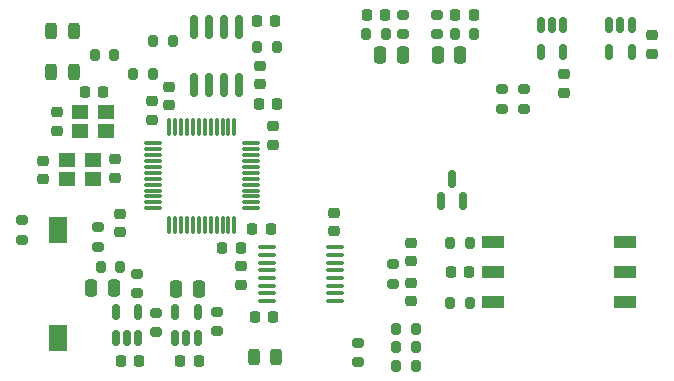
<source format=gbr>
%TF.GenerationSoftware,KiCad,Pcbnew,7.0.11-rc3*%
%TF.CreationDate,2025-03-16T23:23:52+08:00*%
%TF.ProjectId,BMS_Master,424d535f-4d61-4737-9465-722e6b696361,V1.3*%
%TF.SameCoordinates,Original*%
%TF.FileFunction,Paste,Top*%
%TF.FilePolarity,Positive*%
%FSLAX46Y46*%
G04 Gerber Fmt 4.6, Leading zero omitted, Abs format (unit mm)*
G04 Created by KiCad (PCBNEW 7.0.11-rc3) date 2025-03-16 23:23:52*
%MOMM*%
%LPD*%
G01*
G04 APERTURE LIST*
G04 Aperture macros list*
%AMRoundRect*
0 Rectangle with rounded corners*
0 $1 Rounding radius*
0 $2 $3 $4 $5 $6 $7 $8 $9 X,Y pos of 4 corners*
0 Add a 4 corners polygon primitive as box body*
4,1,4,$2,$3,$4,$5,$6,$7,$8,$9,$2,$3,0*
0 Add four circle primitives for the rounded corners*
1,1,$1+$1,$2,$3*
1,1,$1+$1,$4,$5*
1,1,$1+$1,$6,$7*
1,1,$1+$1,$8,$9*
0 Add four rect primitives between the rounded corners*
20,1,$1+$1,$2,$3,$4,$5,0*
20,1,$1+$1,$4,$5,$6,$7,0*
20,1,$1+$1,$6,$7,$8,$9,0*
20,1,$1+$1,$8,$9,$2,$3,0*%
G04 Aperture macros list end*
%ADD10RoundRect,0.225000X0.250000X-0.225000X0.250000X0.225000X-0.250000X0.225000X-0.250000X-0.225000X0*%
%ADD11RoundRect,0.225000X-0.225000X-0.250000X0.225000X-0.250000X0.225000X0.250000X-0.225000X0.250000X0*%
%ADD12RoundRect,0.225000X0.225000X0.250000X-0.225000X0.250000X-0.225000X-0.250000X0.225000X-0.250000X0*%
%ADD13RoundRect,0.200000X0.200000X0.275000X-0.200000X0.275000X-0.200000X-0.275000X0.200000X-0.275000X0*%
%ADD14R,1.400000X1.200000*%
%ADD15RoundRect,0.200000X0.275000X-0.200000X0.275000X0.200000X-0.275000X0.200000X-0.275000X-0.200000X0*%
%ADD16RoundRect,0.225000X-0.250000X0.225000X-0.250000X-0.225000X0.250000X-0.225000X0.250000X0.225000X0*%
%ADD17RoundRect,0.150000X0.150000X-0.825000X0.150000X0.825000X-0.150000X0.825000X-0.150000X-0.825000X0*%
%ADD18RoundRect,0.200000X-0.275000X0.200000X-0.275000X-0.200000X0.275000X-0.200000X0.275000X0.200000X0*%
%ADD19R,1.600000X2.180000*%
%ADD20RoundRect,0.250000X-0.250000X-0.475000X0.250000X-0.475000X0.250000X0.475000X-0.250000X0.475000X0*%
%ADD21RoundRect,0.200000X-0.200000X-0.275000X0.200000X-0.275000X0.200000X0.275000X-0.200000X0.275000X0*%
%ADD22RoundRect,0.250000X0.250000X0.475000X-0.250000X0.475000X-0.250000X-0.475000X0.250000X-0.475000X0*%
%ADD23RoundRect,0.243750X-0.243750X-0.456250X0.243750X-0.456250X0.243750X0.456250X-0.243750X0.456250X0*%
%ADD24RoundRect,0.150000X0.150000X-0.587500X0.150000X0.587500X-0.150000X0.587500X-0.150000X-0.587500X0*%
%ADD25RoundRect,0.100000X-0.637500X-0.100000X0.637500X-0.100000X0.637500X0.100000X-0.637500X0.100000X0*%
%ADD26RoundRect,0.150000X-0.150000X0.512500X-0.150000X-0.512500X0.150000X-0.512500X0.150000X0.512500X0*%
%ADD27RoundRect,0.075000X-0.662500X-0.075000X0.662500X-0.075000X0.662500X0.075000X-0.662500X0.075000X0*%
%ADD28RoundRect,0.075000X-0.075000X-0.662500X0.075000X-0.662500X0.075000X0.662500X-0.075000X0.662500X0*%
%ADD29RoundRect,0.150000X0.150000X-0.512500X0.150000X0.512500X-0.150000X0.512500X-0.150000X-0.512500X0*%
%ADD30R,1.830000X1.090000*%
%ADD31RoundRect,0.054500X-0.860500X-0.490500X0.860500X-0.490500X0.860500X0.490500X-0.860500X0.490500X0*%
G04 APERTURE END LIST*
D10*
%TO.C,C6*%
X69005000Y-63275000D03*
X69005000Y-61725000D03*
%TD*%
D11*
%TO.C,C14*%
X86925000Y-75000000D03*
X88475000Y-75000000D03*
%TD*%
D12*
%TO.C,C20*%
X88830000Y-56950000D03*
X87280000Y-56950000D03*
%TD*%
D13*
%TO.C,R9*%
X100580000Y-77550000D03*
X98930000Y-77550000D03*
%TD*%
D14*
%TO.C,Y2*%
X72155000Y-59250000D03*
X74355000Y-59250000D03*
X74355000Y-57650000D03*
X72155000Y-57650000D03*
%TD*%
D15*
%TO.C,R22*%
X107900000Y-57325000D03*
X107900000Y-55675000D03*
%TD*%
D11*
%TO.C,C2*%
X75625000Y-78700000D03*
X77175000Y-78700000D03*
%TD*%
D16*
%TO.C,C5*%
X75105000Y-61625000D03*
X75105000Y-63175000D03*
%TD*%
D13*
%TO.C,R10*%
X100580000Y-79150000D03*
X98930000Y-79150000D03*
%TD*%
D17*
%TO.C,U5*%
X81750000Y-55345000D03*
X83020000Y-55345000D03*
X84290000Y-55345000D03*
X85560000Y-55345000D03*
X85560000Y-50395000D03*
X84290000Y-50395000D03*
X83020000Y-50395000D03*
X81750000Y-50395000D03*
%TD*%
D18*
%TO.C,R14*%
X95700000Y-77175000D03*
X95700000Y-78825000D03*
%TD*%
D19*
%TO.C,SW1*%
X70255000Y-76760000D03*
X70255000Y-67580000D03*
%TD*%
D20*
%TO.C,C4*%
X73105000Y-72520000D03*
X75005000Y-72520000D03*
%TD*%
D21*
%TO.C,R13*%
X103475000Y-68700000D03*
X105125000Y-68700000D03*
%TD*%
D22*
%TO.C,C3*%
X82205000Y-72570000D03*
X80305000Y-72570000D03*
%TD*%
D23*
%TO.C,D4*%
X86862500Y-78400000D03*
X88737500Y-78400000D03*
%TD*%
D15*
%TO.C,R23*%
X67200000Y-68425000D03*
X67200000Y-66775000D03*
%TD*%
D21*
%TO.C,R1*%
X73380000Y-52770000D03*
X75030000Y-52770000D03*
%TD*%
D16*
%TO.C,C16*%
X100155000Y-72070000D03*
X100155000Y-73620000D03*
%TD*%
D24*
%TO.C,D3*%
X102700000Y-65137500D03*
X104600000Y-65137500D03*
X103650000Y-63262500D03*
%TD*%
D15*
%TO.C,R8*%
X98600000Y-72175000D03*
X98600000Y-70525000D03*
%TD*%
D10*
%TO.C,C28*%
X120600000Y-52675000D03*
X120600000Y-51125000D03*
%TD*%
D20*
%TO.C,C26*%
X102450000Y-52800000D03*
X104350000Y-52800000D03*
%TD*%
D21*
%TO.C,R15*%
X78330000Y-51620000D03*
X79980000Y-51620000D03*
%TD*%
D13*
%TO.C,R11*%
X100580000Y-75950000D03*
X98930000Y-75950000D03*
%TD*%
D25*
%TO.C,U4*%
X87987500Y-69075000D03*
X87987500Y-69725000D03*
X87987500Y-70375000D03*
X87987500Y-71025000D03*
X87987500Y-71675000D03*
X87987500Y-72325000D03*
X87987500Y-72975000D03*
X87987500Y-73625000D03*
X93712500Y-73625000D03*
X93712500Y-72975000D03*
X93712500Y-72325000D03*
X93712500Y-71675000D03*
X93712500Y-71025000D03*
X93712500Y-70375000D03*
X93712500Y-69725000D03*
X93712500Y-69075000D03*
%TD*%
D26*
%TO.C,U6*%
X113050000Y-50262500D03*
X112100000Y-50262500D03*
X111150000Y-50262500D03*
X111150000Y-52537500D03*
X113050000Y-52537500D03*
%TD*%
D14*
%TO.C,Y1*%
X71005000Y-63250000D03*
X73205000Y-63250000D03*
X73205000Y-61650000D03*
X71005000Y-61650000D03*
%TD*%
D12*
%TO.C,C23*%
X97975000Y-49400000D03*
X96425000Y-49400000D03*
%TD*%
D16*
%TO.C,C13*%
X75555000Y-66245000D03*
X75555000Y-67795000D03*
%TD*%
D15*
%TO.C,R7*%
X73655000Y-69025000D03*
X73655000Y-67375000D03*
%TD*%
D13*
%TO.C,R5*%
X75530000Y-70720000D03*
X73880000Y-70720000D03*
%TD*%
D27*
%TO.C,U3*%
X78292500Y-60270000D03*
X78292500Y-60770000D03*
X78292500Y-61270000D03*
X78292500Y-61770000D03*
X78292500Y-62270000D03*
X78292500Y-62770000D03*
X78292500Y-63270000D03*
X78292500Y-63770000D03*
X78292500Y-64270000D03*
X78292500Y-64770000D03*
X78292500Y-65270000D03*
X78292500Y-65770000D03*
D28*
X79705000Y-67182500D03*
X80205000Y-67182500D03*
X80705000Y-67182500D03*
X81205000Y-67182500D03*
X81705000Y-67182500D03*
X82205000Y-67182500D03*
X82705000Y-67182500D03*
X83205000Y-67182500D03*
X83705000Y-67182500D03*
X84205000Y-67182500D03*
X84705000Y-67182500D03*
X85205000Y-67182500D03*
D27*
X86617500Y-65770000D03*
X86617500Y-65270000D03*
X86617500Y-64770000D03*
X86617500Y-64270000D03*
X86617500Y-63770000D03*
X86617500Y-63270000D03*
X86617500Y-62770000D03*
X86617500Y-62270000D03*
X86617500Y-61770000D03*
X86617500Y-61270000D03*
X86617500Y-60770000D03*
X86617500Y-60270000D03*
D28*
X85205000Y-58857500D03*
X84705000Y-58857500D03*
X84205000Y-58857500D03*
X83705000Y-58857500D03*
X83205000Y-58857500D03*
X82705000Y-58857500D03*
X82205000Y-58857500D03*
X81705000Y-58857500D03*
X81205000Y-58857500D03*
X80705000Y-58857500D03*
X80205000Y-58857500D03*
X79705000Y-58857500D03*
%TD*%
D23*
%TO.C,D1*%
X69717500Y-50750000D03*
X71592500Y-50750000D03*
%TD*%
D10*
%TO.C,C29*%
X85750000Y-72225000D03*
X85750000Y-70675000D03*
%TD*%
D18*
%TO.C,R3*%
X77005000Y-71295000D03*
X77005000Y-72945000D03*
%TD*%
D29*
%TO.C,U1*%
X80205000Y-76787500D03*
X81155000Y-76787500D03*
X82105000Y-76787500D03*
X82105000Y-74512500D03*
X80205000Y-74512500D03*
%TD*%
D21*
%TO.C,R6*%
X76630000Y-54400000D03*
X78280000Y-54400000D03*
%TD*%
D10*
%TO.C,C21*%
X87355000Y-55245000D03*
X87355000Y-53695000D03*
%TD*%
D11*
%TO.C,C1*%
X80625000Y-78700000D03*
X82175000Y-78700000D03*
%TD*%
D30*
%TO.C,TR1*%
X107080000Y-68660000D03*
D31*
X107080000Y-71200000D03*
X107080000Y-73740000D03*
X118320000Y-73740000D03*
X118320000Y-71200000D03*
X118320000Y-68660000D03*
%TD*%
D16*
%TO.C,C27*%
X113100000Y-54425000D03*
X113100000Y-55975000D03*
%TD*%
D15*
%TO.C,R2*%
X83705000Y-76175000D03*
X83705000Y-74525000D03*
%TD*%
D10*
%TO.C,C19*%
X93655000Y-67725000D03*
X93655000Y-66175000D03*
%TD*%
D21*
%TO.C,R12*%
X103475000Y-73750000D03*
X105125000Y-73750000D03*
%TD*%
D12*
%TO.C,C22*%
X88680000Y-49950000D03*
X87130000Y-49950000D03*
%TD*%
D11*
%TO.C,C15*%
X86730000Y-67550000D03*
X88280000Y-67550000D03*
%TD*%
D18*
%TO.C,R4*%
X78605000Y-74625000D03*
X78605000Y-76275000D03*
%TD*%
D12*
%TO.C,C12*%
X85730000Y-69100000D03*
X84180000Y-69100000D03*
%TD*%
D10*
%TO.C,C10*%
X78205000Y-58275000D03*
X78205000Y-56725000D03*
%TD*%
D12*
%TO.C,C18*%
X105075000Y-71200000D03*
X103525000Y-71200000D03*
%TD*%
D21*
%TO.C,R16*%
X87130000Y-52120000D03*
X88780000Y-52120000D03*
%TD*%
D26*
%TO.C,U7*%
X118850000Y-50262500D03*
X117900000Y-50262500D03*
X116950000Y-50262500D03*
X116950000Y-52537500D03*
X118850000Y-52537500D03*
%TD*%
D16*
%TO.C,C9*%
X88455000Y-58825000D03*
X88455000Y-60375000D03*
%TD*%
D13*
%TO.C,R17*%
X98025000Y-51000000D03*
X96375000Y-51000000D03*
%TD*%
D15*
%TO.C,R19*%
X99500000Y-51025000D03*
X99500000Y-49375000D03*
%TD*%
D10*
%TO.C,C8*%
X70205000Y-59200000D03*
X70205000Y-57650000D03*
%TD*%
D11*
%TO.C,C24*%
X103925000Y-49400000D03*
X105475000Y-49400000D03*
%TD*%
D29*
%TO.C,U2*%
X75155000Y-76787500D03*
X76105000Y-76787500D03*
X77055000Y-76787500D03*
X77055000Y-74512500D03*
X75155000Y-74512500D03*
%TD*%
D22*
%TO.C,C25*%
X99450000Y-52800000D03*
X97550000Y-52800000D03*
%TD*%
D23*
%TO.C,D2*%
X69717500Y-54200000D03*
X71592500Y-54200000D03*
%TD*%
D10*
%TO.C,C11*%
X79705000Y-57045000D03*
X79705000Y-55495000D03*
%TD*%
D15*
%TO.C,R20*%
X102400000Y-51025000D03*
X102400000Y-49375000D03*
%TD*%
D12*
%TO.C,C7*%
X74080000Y-55950000D03*
X72530000Y-55950000D03*
%TD*%
D18*
%TO.C,R21*%
X109700000Y-55675000D03*
X109700000Y-57325000D03*
%TD*%
D10*
%TO.C,C17*%
X100155000Y-70270000D03*
X100155000Y-68720000D03*
%TD*%
D21*
%TO.C,R18*%
X103875000Y-51000000D03*
X105525000Y-51000000D03*
%TD*%
M02*

</source>
